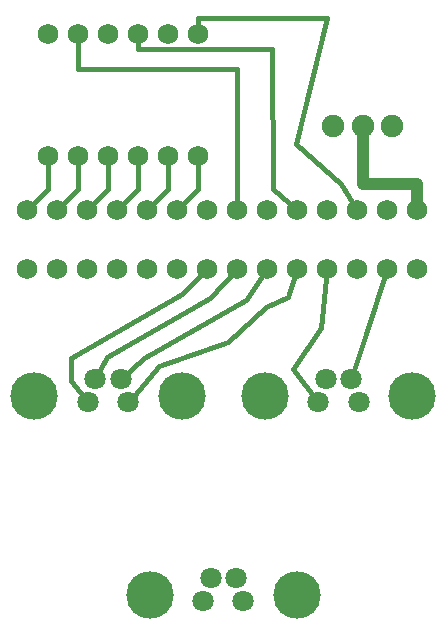
<source format=gtl>
G04 Layer: TopLayer*
G04 EasyEDA v6.5.42, 2024-04-22 14:16:48*
G04 bdecda6f3f7540baa8991d5417232957,c115876feeed43bc8c79c948ea027e3a,10*
G04 Gerber Generator version 0.2*
G04 Scale: 100 percent, Rotated: No, Reflected: No *
G04 Dimensions in millimeters *
G04 leading zeros omitted , absolute positions ,4 integer and 5 decimal *
%FSLAX45Y45*%
%MOMM*%

%ADD10C,1.0000*%
%ADD11C,0.4000*%
%ADD12C,4.0160*%
%ADD13C,1.8000*%
%ADD14C,1.9000*%
%ADD15C,1.7500*%

%LPD*%
D10*
X3043936Y-2095500D02*
G01*
X3043936Y-2590800D01*
X3500881Y-2590800D01*
X3500881Y-2809494D01*
D11*
X2946499Y-4236491D02*
G01*
X3060700Y-3886200D01*
X3246983Y-3309391D01*
X2669031Y-4431537D02*
G01*
X2451100Y-4152900D01*
X2692400Y-3810000D01*
X2738881Y-3309365D01*
X1059002Y-4431512D02*
G01*
X1067587Y-4431512D01*
X1320800Y-4127500D01*
X1905000Y-3924300D01*
X2222500Y-3632200D01*
X2413000Y-3543300D01*
X2484983Y-3309391D01*
X719074Y-4431537D02*
G01*
X573786Y-4255770D01*
X571500Y-4064000D01*
X1511300Y-3517900D01*
X1722881Y-3309365D01*
X781558Y-4236465D02*
G01*
X876300Y-4051300D01*
X1752600Y-3556000D01*
X1976881Y-3309365D01*
X996441Y-4236465D02*
G01*
X1193800Y-4064000D01*
X2057400Y-3568700D01*
X2230881Y-3309365D01*
X1143000Y-1319479D02*
G01*
X1143000Y-1447800D01*
X2273300Y-1447800D01*
X2286000Y-2628900D01*
X2484881Y-2809494D01*
X635000Y-1319479D02*
G01*
X635000Y-1612900D01*
X1976881Y-1612900D01*
X1976881Y-2809494D01*
X1651000Y-2349500D02*
G01*
X1651000Y-2627401D01*
X1469009Y-2809392D01*
X1397000Y-2349500D02*
G01*
X1397000Y-2627401D01*
X1215009Y-2809392D01*
X1143000Y-2349500D02*
G01*
X1143000Y-2627401D01*
X961009Y-2809392D01*
X889000Y-2349500D02*
G01*
X889000Y-2627401D01*
X707009Y-2809392D01*
X635000Y-2349500D02*
G01*
X635000Y-2627391D01*
X452998Y-2809392D01*
X381000Y-2349500D02*
G01*
X381000Y-2627391D01*
X198998Y-2809392D01*
X1651000Y-1319529D02*
G01*
X1651000Y-1181100D01*
X2743200Y-1181100D01*
X2476500Y-2247900D01*
X2857500Y-2590800D01*
X2992881Y-2809494D01*
D12*
G01*
X3464001Y-4381500D03*
G01*
X2214016Y-4381500D03*
D13*
G01*
X2669006Y-4431512D03*
G01*
X3009011Y-4431512D03*
G01*
X2731515Y-4236491D03*
G01*
X2946501Y-4236491D03*
D12*
G01*
X1513992Y-4381500D03*
G01*
X264007Y-4381500D03*
D13*
G01*
X718997Y-4431512D03*
G01*
X1059002Y-4431512D03*
G01*
X781507Y-4236491D03*
G01*
X996492Y-4236491D03*
D12*
G01*
X2488996Y-6070193D03*
G01*
X1239011Y-6070193D03*
D13*
G01*
X1694002Y-6120206D03*
G01*
X2034006Y-6120206D03*
G01*
X1756511Y-5925185D03*
G01*
X1971497Y-5925185D03*
D14*
G01*
X3293999Y-2095500D03*
G01*
X3044012Y-2095500D03*
G01*
X2794000Y-2095500D03*
D15*
G01*
X3500983Y-3309391D03*
G01*
X3246983Y-3309391D03*
G01*
X2992983Y-3309391D03*
G01*
X2738983Y-3309391D03*
G01*
X2484983Y-3309391D03*
G01*
X2231009Y-3309391D03*
G01*
X1977009Y-3309391D03*
G01*
X1723009Y-3309391D03*
G01*
X1469009Y-3309391D03*
G01*
X1215009Y-3309391D03*
G01*
X961009Y-3309391D03*
G01*
X707009Y-3309391D03*
G01*
X453009Y-3309391D03*
G01*
X199009Y-3309391D03*
G01*
X3500983Y-2809392D03*
G01*
X3246983Y-2809392D03*
G01*
X2992983Y-2809392D03*
G01*
X2738983Y-2809392D03*
G01*
X2484983Y-2809392D03*
G01*
X2231009Y-2809392D03*
G01*
X1977009Y-2809392D03*
G01*
X1723009Y-2809392D03*
G01*
X1469009Y-2809392D03*
G01*
X1215009Y-2809392D03*
G01*
X961009Y-2809392D03*
G01*
X707009Y-2809392D03*
G01*
X453009Y-2809392D03*
G01*
X199009Y-2809392D03*
G01*
X1651000Y-1319479D03*
G01*
X1397000Y-1319479D03*
G01*
X1143000Y-1319479D03*
G01*
X889000Y-1319479D03*
G01*
X635000Y-1319479D03*
G01*
X381000Y-1319479D03*
G01*
X1651000Y-2349500D03*
G01*
X381000Y-2349500D03*
G01*
X635000Y-2349500D03*
G01*
X889000Y-2349500D03*
G01*
X1143000Y-2349500D03*
G01*
X1397000Y-2349500D03*
M02*

</source>
